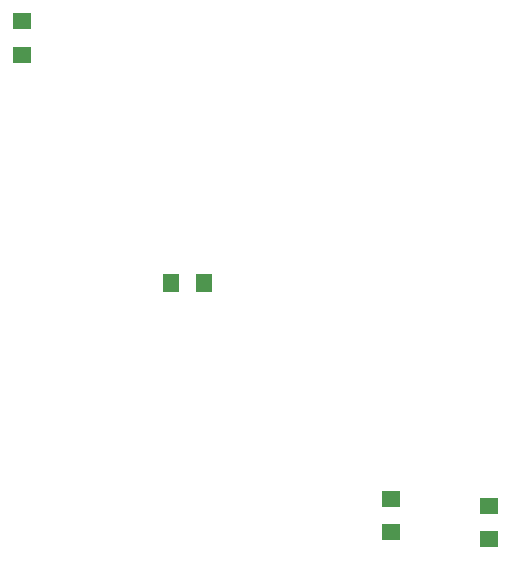
<source format=gbr>
G04 DipTrace 3.3.1.1*
G04 TopPaste.gbr*
%MOIN*%
G04 #@! TF.FileFunction,Paste,Top*
G04 #@! TF.Part,Single*
%ADD34R,0.054961X0.062835*%
%ADD38R,0.062835X0.054961*%
%FSLAX26Y26*%
G04*
G70*
G90*
G75*
G01*
G04 TopPaste*
%LPD*%
D38*
X658079Y2446337D3*
Y2556573D3*
X1889265Y853766D3*
Y964003D3*
X2215875Y830194D3*
Y940430D3*
D34*
X1157354Y1683322D3*
X1267591D3*
M02*

</source>
